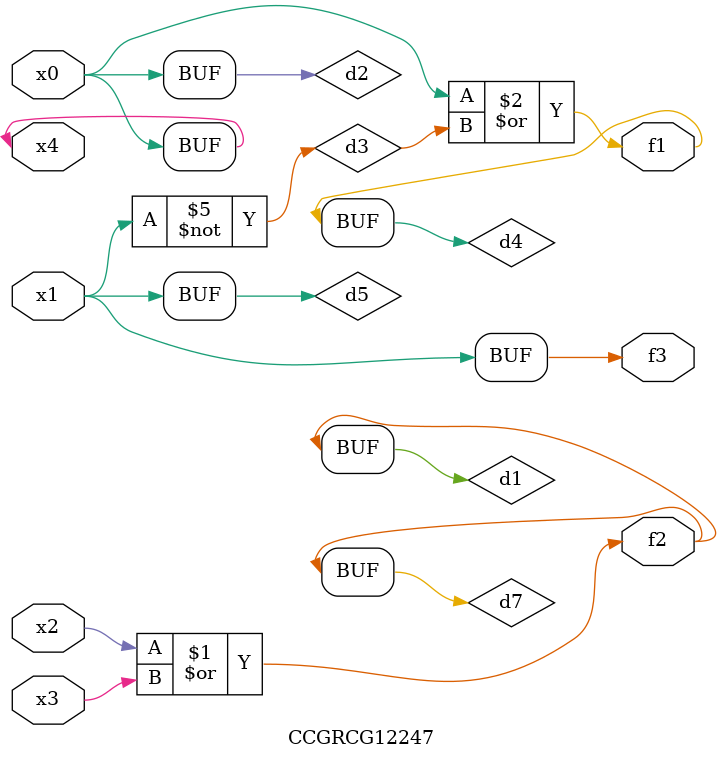
<source format=v>
module CCGRCG12247(
	input x0, x1, x2, x3, x4,
	output f1, f2, f3
);

	wire d1, d2, d3, d4, d5, d6, d7;

	or (d1, x2, x3);
	buf (d2, x0, x4);
	not (d3, x1);
	or (d4, d2, d3);
	not (d5, d3);
	nand (d6, d1, d3);
	or (d7, d1);
	assign f1 = d4;
	assign f2 = d7;
	assign f3 = d5;
endmodule

</source>
